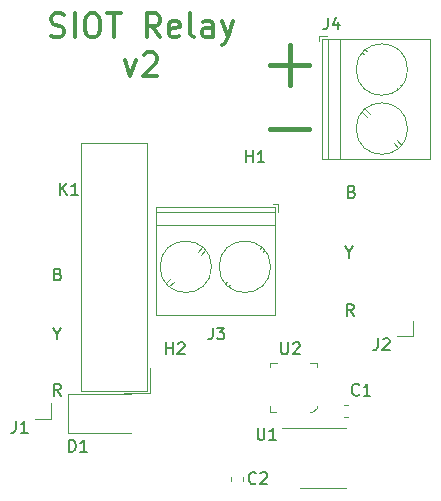
<source format=gbr>
G04 #@! TF.GenerationSoftware,KiCad,Pcbnew,5.1.4*
G04 #@! TF.CreationDate,2020-01-08T09:35:31-05:00*
G04 #@! TF.ProjectId,siot-node-relay,73696f74-2d6e-46f6-9465-2d72656c6179,rev?*
G04 #@! TF.SameCoordinates,Original*
G04 #@! TF.FileFunction,Legend,Top*
G04 #@! TF.FilePolarity,Positive*
%FSLAX46Y46*%
G04 Gerber Fmt 4.6, Leading zero omitted, Abs format (unit mm)*
G04 Created by KiCad (PCBNEW 5.1.4) date 2020-01-08 09:35:31*
%MOMM*%
%LPD*%
G04 APERTURE LIST*
%ADD10C,0.300000*%
%ADD11C,0.400000*%
%ADD12C,0.120000*%
%ADD13C,0.100000*%
%ADD14C,0.150000*%
G04 APERTURE END LIST*
D10*
X166733333Y-75259523D02*
X167019047Y-75354761D01*
X167495238Y-75354761D01*
X167685714Y-75259523D01*
X167780952Y-75164285D01*
X167876190Y-74973809D01*
X167876190Y-74783333D01*
X167780952Y-74592857D01*
X167685714Y-74497619D01*
X167495238Y-74402380D01*
X167114285Y-74307142D01*
X166923809Y-74211904D01*
X166828571Y-74116666D01*
X166733333Y-73926190D01*
X166733333Y-73735714D01*
X166828571Y-73545238D01*
X166923809Y-73450000D01*
X167114285Y-73354761D01*
X167590476Y-73354761D01*
X167876190Y-73450000D01*
X168733333Y-75354761D02*
X168733333Y-73354761D01*
X170066666Y-73354761D02*
X170447619Y-73354761D01*
X170638095Y-73450000D01*
X170828571Y-73640476D01*
X170923809Y-74021428D01*
X170923809Y-74688095D01*
X170828571Y-75069047D01*
X170638095Y-75259523D01*
X170447619Y-75354761D01*
X170066666Y-75354761D01*
X169876190Y-75259523D01*
X169685714Y-75069047D01*
X169590476Y-74688095D01*
X169590476Y-74021428D01*
X169685714Y-73640476D01*
X169876190Y-73450000D01*
X170066666Y-73354761D01*
X171495238Y-73354761D02*
X172638095Y-73354761D01*
X172066666Y-75354761D02*
X172066666Y-73354761D01*
X175971428Y-75354761D02*
X175304761Y-74402380D01*
X174828571Y-75354761D02*
X174828571Y-73354761D01*
X175590476Y-73354761D01*
X175780952Y-73450000D01*
X175876190Y-73545238D01*
X175971428Y-73735714D01*
X175971428Y-74021428D01*
X175876190Y-74211904D01*
X175780952Y-74307142D01*
X175590476Y-74402380D01*
X174828571Y-74402380D01*
X177590476Y-75259523D02*
X177400000Y-75354761D01*
X177019047Y-75354761D01*
X176828571Y-75259523D01*
X176733333Y-75069047D01*
X176733333Y-74307142D01*
X176828571Y-74116666D01*
X177019047Y-74021428D01*
X177400000Y-74021428D01*
X177590476Y-74116666D01*
X177685714Y-74307142D01*
X177685714Y-74497619D01*
X176733333Y-74688095D01*
X178828571Y-75354761D02*
X178638095Y-75259523D01*
X178542857Y-75069047D01*
X178542857Y-73354761D01*
X180447619Y-75354761D02*
X180447619Y-74307142D01*
X180352380Y-74116666D01*
X180161904Y-74021428D01*
X179780952Y-74021428D01*
X179590476Y-74116666D01*
X180447619Y-75259523D02*
X180257142Y-75354761D01*
X179780952Y-75354761D01*
X179590476Y-75259523D01*
X179495238Y-75069047D01*
X179495238Y-74878571D01*
X179590476Y-74688095D01*
X179780952Y-74592857D01*
X180257142Y-74592857D01*
X180447619Y-74497619D01*
X181209523Y-74021428D02*
X181685714Y-75354761D01*
X182161904Y-74021428D02*
X181685714Y-75354761D01*
X181495238Y-75830952D01*
X181400000Y-75926190D01*
X181209523Y-76021428D01*
X172971428Y-77321428D02*
X173447619Y-78654761D01*
X173923809Y-77321428D01*
X174590476Y-76845238D02*
X174685714Y-76750000D01*
X174876190Y-76654761D01*
X175352380Y-76654761D01*
X175542857Y-76750000D01*
X175638095Y-76845238D01*
X175733333Y-77035714D01*
X175733333Y-77226190D01*
X175638095Y-77511904D01*
X174495238Y-78654761D01*
X175733333Y-78654761D01*
D11*
X185300000Y-83100000D02*
X188600000Y-83100000D01*
X185300000Y-77700000D02*
X188600000Y-77700000D01*
X187000000Y-76000000D02*
X187000000Y-79400000D01*
D12*
X189450000Y-75300000D02*
X189450000Y-75700000D01*
X190090000Y-75300000D02*
X189450000Y-75300000D01*
X193758000Y-81842000D02*
X193362000Y-81447000D01*
X196404000Y-84488000D02*
X196024000Y-84108000D01*
X193476000Y-82093000D02*
X193096000Y-81713000D01*
X196138000Y-84754000D02*
X195742000Y-84359000D01*
X193469000Y-76552000D02*
X193362000Y-76446000D01*
X196404000Y-79488000D02*
X196297000Y-79381000D01*
X193203000Y-76818000D02*
X193096000Y-76712000D01*
X196138000Y-79754000D02*
X196031000Y-79647000D01*
X198810000Y-85660000D02*
X189690000Y-85660000D01*
X198810000Y-75540000D02*
X189690000Y-75540000D01*
X189690000Y-75540000D02*
X189690000Y-85660000D01*
X198810000Y-75540000D02*
X198810000Y-85660000D01*
X191250000Y-75540000D02*
X191250000Y-85660000D01*
X190150000Y-75540000D02*
X190150000Y-85660000D01*
X196930000Y-83100000D02*
G75*
G03X196930000Y-83100000I-2180000J0D01*
G01*
X196930000Y-78100000D02*
G75*
G03X196930000Y-78100000I-2180000J0D01*
G01*
X185950000Y-89500000D02*
X185550000Y-89500000D01*
X185950000Y-90140000D02*
X185950000Y-89500000D01*
X179408000Y-93808000D02*
X179803000Y-93412000D01*
X176762000Y-96454000D02*
X177142000Y-96074000D01*
X179157000Y-93526000D02*
X179537000Y-93146000D01*
X176496000Y-96188000D02*
X176891000Y-95792000D01*
X184698000Y-93519000D02*
X184804000Y-93412000D01*
X181762000Y-96454000D02*
X181869000Y-96347000D01*
X184432000Y-93253000D02*
X184538000Y-93146000D01*
X181496000Y-96188000D02*
X181603000Y-96081000D01*
X175590000Y-98860000D02*
X175590000Y-89740000D01*
X185710000Y-98860000D02*
X185710000Y-89740000D01*
X185710000Y-89740000D02*
X175590000Y-89740000D01*
X185710000Y-98860000D02*
X175590000Y-98860000D01*
X185710000Y-91300000D02*
X175590000Y-91300000D01*
X185710000Y-90200000D02*
X175590000Y-90200000D01*
X180330000Y-94800000D02*
G75*
G03X180330000Y-94800000I-2180000J0D01*
G01*
X185330000Y-94800000D02*
G75*
G03X185330000Y-94800000I-2180000J0D01*
G01*
X174900000Y-105300000D02*
X169300000Y-105300000D01*
X169300000Y-105300000D02*
X169300000Y-84350000D01*
X169300000Y-84350000D02*
X174900000Y-84350000D01*
X174900000Y-84350000D02*
X174900000Y-105300000D01*
X175100000Y-103400000D02*
X175100000Y-105500000D01*
X175100000Y-105500000D02*
X172900000Y-105500000D01*
D13*
X188660000Y-107070000D02*
X188870000Y-107070000D01*
X189230000Y-106710000D02*
X189230000Y-106590000D01*
X188870000Y-107070000D02*
X189220000Y-106720000D01*
X185270000Y-107070000D02*
X185270000Y-106620000D01*
X185820000Y-107070000D02*
X185270000Y-107070000D01*
X185270000Y-102930000D02*
X185900000Y-102930000D01*
X185270000Y-103300000D02*
X185270000Y-102930000D01*
X189230000Y-102930000D02*
X188630000Y-102930000D01*
X189230000Y-103300000D02*
X189230000Y-102930000D01*
D12*
X189750000Y-108440000D02*
X186300000Y-108440000D01*
X189750000Y-108440000D02*
X191700000Y-108440000D01*
X189750000Y-113560000D02*
X187800000Y-113560000D01*
X189750000Y-113560000D02*
X191700000Y-113560000D01*
X168150000Y-105600000D02*
X173550000Y-105600000D01*
X168150000Y-108900000D02*
X173550000Y-108900000D01*
X168150000Y-105600000D02*
X168150000Y-108900000D01*
X197350000Y-100700000D02*
X196020000Y-100700000D01*
X197350000Y-99370000D02*
X197350000Y-100700000D01*
X166700000Y-107700000D02*
X165370000Y-107700000D01*
X166700000Y-106370000D02*
X166700000Y-107700000D01*
X183010000Y-112912779D02*
X183010000Y-112587221D01*
X181990000Y-112912779D02*
X181990000Y-112587221D01*
X191912779Y-106490000D02*
X191587221Y-106490000D01*
X191912779Y-107510000D02*
X191587221Y-107510000D01*
D14*
X190166666Y-73702380D02*
X190166666Y-74416666D01*
X190119047Y-74559523D01*
X190023809Y-74654761D01*
X189880952Y-74702380D01*
X189785714Y-74702380D01*
X191071428Y-74035714D02*
X191071428Y-74702380D01*
X190833333Y-73654761D02*
X190595238Y-74369047D01*
X191214285Y-74369047D01*
X180416666Y-99952380D02*
X180416666Y-100666666D01*
X180369047Y-100809523D01*
X180273809Y-100904761D01*
X180130952Y-100952380D01*
X180035714Y-100952380D01*
X180797619Y-99952380D02*
X181416666Y-99952380D01*
X181083333Y-100333333D01*
X181226190Y-100333333D01*
X181321428Y-100380952D01*
X181369047Y-100428571D01*
X181416666Y-100523809D01*
X181416666Y-100761904D01*
X181369047Y-100857142D01*
X181321428Y-100904761D01*
X181226190Y-100952380D01*
X180940476Y-100952380D01*
X180845238Y-100904761D01*
X180797619Y-100857142D01*
X167511904Y-88702380D02*
X167511904Y-87702380D01*
X168083333Y-88702380D02*
X167654761Y-88130952D01*
X168083333Y-87702380D02*
X167511904Y-88273809D01*
X169035714Y-88702380D02*
X168464285Y-88702380D01*
X168750000Y-88702380D02*
X168750000Y-87702380D01*
X168654761Y-87845238D01*
X168559523Y-87940476D01*
X168464285Y-87988095D01*
X184238095Y-108452380D02*
X184238095Y-109261904D01*
X184285714Y-109357142D01*
X184333333Y-109404761D01*
X184428571Y-109452380D01*
X184619047Y-109452380D01*
X184714285Y-109404761D01*
X184761904Y-109357142D01*
X184809523Y-109261904D01*
X184809523Y-108452380D01*
X185809523Y-109452380D02*
X185238095Y-109452380D01*
X185523809Y-109452380D02*
X185523809Y-108452380D01*
X185428571Y-108595238D01*
X185333333Y-108690476D01*
X185238095Y-108738095D01*
X176488095Y-102202380D02*
X176488095Y-101202380D01*
X176488095Y-101678571D02*
X177059523Y-101678571D01*
X177059523Y-102202380D02*
X177059523Y-101202380D01*
X177488095Y-101297619D02*
X177535714Y-101250000D01*
X177630952Y-101202380D01*
X177869047Y-101202380D01*
X177964285Y-101250000D01*
X178011904Y-101297619D01*
X178059523Y-101392857D01*
X178059523Y-101488095D01*
X178011904Y-101630952D01*
X177440476Y-102202380D01*
X178059523Y-102202380D01*
X183238095Y-85952380D02*
X183238095Y-84952380D01*
X183238095Y-85428571D02*
X183809523Y-85428571D01*
X183809523Y-85952380D02*
X183809523Y-84952380D01*
X184809523Y-85952380D02*
X184238095Y-85952380D01*
X184523809Y-85952380D02*
X184523809Y-84952380D01*
X184428571Y-85095238D01*
X184333333Y-85190476D01*
X184238095Y-85238095D01*
X186238095Y-101202380D02*
X186238095Y-102011904D01*
X186285714Y-102107142D01*
X186333333Y-102154761D01*
X186428571Y-102202380D01*
X186619047Y-102202380D01*
X186714285Y-102154761D01*
X186761904Y-102107142D01*
X186809523Y-102011904D01*
X186809523Y-101202380D01*
X187238095Y-101297619D02*
X187285714Y-101250000D01*
X187380952Y-101202380D01*
X187619047Y-101202380D01*
X187714285Y-101250000D01*
X187761904Y-101297619D01*
X187809523Y-101392857D01*
X187809523Y-101488095D01*
X187761904Y-101630952D01*
X187190476Y-102202380D01*
X187809523Y-102202380D01*
X168261904Y-110452380D02*
X168261904Y-109452380D01*
X168500000Y-109452380D01*
X168642857Y-109500000D01*
X168738095Y-109595238D01*
X168785714Y-109690476D01*
X168833333Y-109880952D01*
X168833333Y-110023809D01*
X168785714Y-110214285D01*
X168738095Y-110309523D01*
X168642857Y-110404761D01*
X168500000Y-110452380D01*
X168261904Y-110452380D01*
X169785714Y-110452380D02*
X169214285Y-110452380D01*
X169500000Y-110452380D02*
X169500000Y-109452380D01*
X169404761Y-109595238D01*
X169309523Y-109690476D01*
X169214285Y-109738095D01*
X194416666Y-100852380D02*
X194416666Y-101566666D01*
X194369047Y-101709523D01*
X194273809Y-101804761D01*
X194130952Y-101852380D01*
X194035714Y-101852380D01*
X194845238Y-100947619D02*
X194892857Y-100900000D01*
X194988095Y-100852380D01*
X195226190Y-100852380D01*
X195321428Y-100900000D01*
X195369047Y-100947619D01*
X195416666Y-101042857D01*
X195416666Y-101138095D01*
X195369047Y-101280952D01*
X194797619Y-101852380D01*
X195416666Y-101852380D01*
X192221428Y-88428571D02*
X192364285Y-88476190D01*
X192411904Y-88523809D01*
X192459523Y-88619047D01*
X192459523Y-88761904D01*
X192411904Y-88857142D01*
X192364285Y-88904761D01*
X192269047Y-88952380D01*
X191888095Y-88952380D01*
X191888095Y-87952380D01*
X192221428Y-87952380D01*
X192316666Y-88000000D01*
X192364285Y-88047619D01*
X192411904Y-88142857D01*
X192411904Y-88238095D01*
X192364285Y-88333333D01*
X192316666Y-88380952D01*
X192221428Y-88428571D01*
X191888095Y-88428571D01*
X191950000Y-93576190D02*
X191950000Y-94052380D01*
X191616666Y-93052380D02*
X191950000Y-93576190D01*
X192283333Y-93052380D01*
X192359523Y-98952380D02*
X192026190Y-98476190D01*
X191788095Y-98952380D02*
X191788095Y-97952380D01*
X192169047Y-97952380D01*
X192264285Y-98000000D01*
X192311904Y-98047619D01*
X192359523Y-98142857D01*
X192359523Y-98285714D01*
X192311904Y-98380952D01*
X192264285Y-98428571D01*
X192169047Y-98476190D01*
X191788095Y-98476190D01*
X163766666Y-107852380D02*
X163766666Y-108566666D01*
X163719047Y-108709523D01*
X163623809Y-108804761D01*
X163480952Y-108852380D01*
X163385714Y-108852380D01*
X164766666Y-108852380D02*
X164195238Y-108852380D01*
X164480952Y-108852380D02*
X164480952Y-107852380D01*
X164385714Y-107995238D01*
X164290476Y-108090476D01*
X164195238Y-108138095D01*
X167321428Y-95428571D02*
X167464285Y-95476190D01*
X167511904Y-95523809D01*
X167559523Y-95619047D01*
X167559523Y-95761904D01*
X167511904Y-95857142D01*
X167464285Y-95904761D01*
X167369047Y-95952380D01*
X166988095Y-95952380D01*
X166988095Y-94952380D01*
X167321428Y-94952380D01*
X167416666Y-95000000D01*
X167464285Y-95047619D01*
X167511904Y-95142857D01*
X167511904Y-95238095D01*
X167464285Y-95333333D01*
X167416666Y-95380952D01*
X167321428Y-95428571D01*
X166988095Y-95428571D01*
X167250000Y-100476190D02*
X167250000Y-100952380D01*
X166916666Y-99952380D02*
X167250000Y-100476190D01*
X167583333Y-99952380D01*
X167559523Y-105702380D02*
X167226190Y-105226190D01*
X166988095Y-105702380D02*
X166988095Y-104702380D01*
X167369047Y-104702380D01*
X167464285Y-104750000D01*
X167511904Y-104797619D01*
X167559523Y-104892857D01*
X167559523Y-105035714D01*
X167511904Y-105130952D01*
X167464285Y-105178571D01*
X167369047Y-105226190D01*
X166988095Y-105226190D01*
X184083333Y-113107142D02*
X184035714Y-113154761D01*
X183892857Y-113202380D01*
X183797619Y-113202380D01*
X183654761Y-113154761D01*
X183559523Y-113059523D01*
X183511904Y-112964285D01*
X183464285Y-112773809D01*
X183464285Y-112630952D01*
X183511904Y-112440476D01*
X183559523Y-112345238D01*
X183654761Y-112250000D01*
X183797619Y-112202380D01*
X183892857Y-112202380D01*
X184035714Y-112250000D01*
X184083333Y-112297619D01*
X184464285Y-112297619D02*
X184511904Y-112250000D01*
X184607142Y-112202380D01*
X184845238Y-112202380D01*
X184940476Y-112250000D01*
X184988095Y-112297619D01*
X185035714Y-112392857D01*
X185035714Y-112488095D01*
X184988095Y-112630952D01*
X184416666Y-113202380D01*
X185035714Y-113202380D01*
X192833333Y-105607142D02*
X192785714Y-105654761D01*
X192642857Y-105702380D01*
X192547619Y-105702380D01*
X192404761Y-105654761D01*
X192309523Y-105559523D01*
X192261904Y-105464285D01*
X192214285Y-105273809D01*
X192214285Y-105130952D01*
X192261904Y-104940476D01*
X192309523Y-104845238D01*
X192404761Y-104750000D01*
X192547619Y-104702380D01*
X192642857Y-104702380D01*
X192785714Y-104750000D01*
X192833333Y-104797619D01*
X193785714Y-105702380D02*
X193214285Y-105702380D01*
X193500000Y-105702380D02*
X193500000Y-104702380D01*
X193404761Y-104845238D01*
X193309523Y-104940476D01*
X193214285Y-104988095D01*
M02*

</source>
